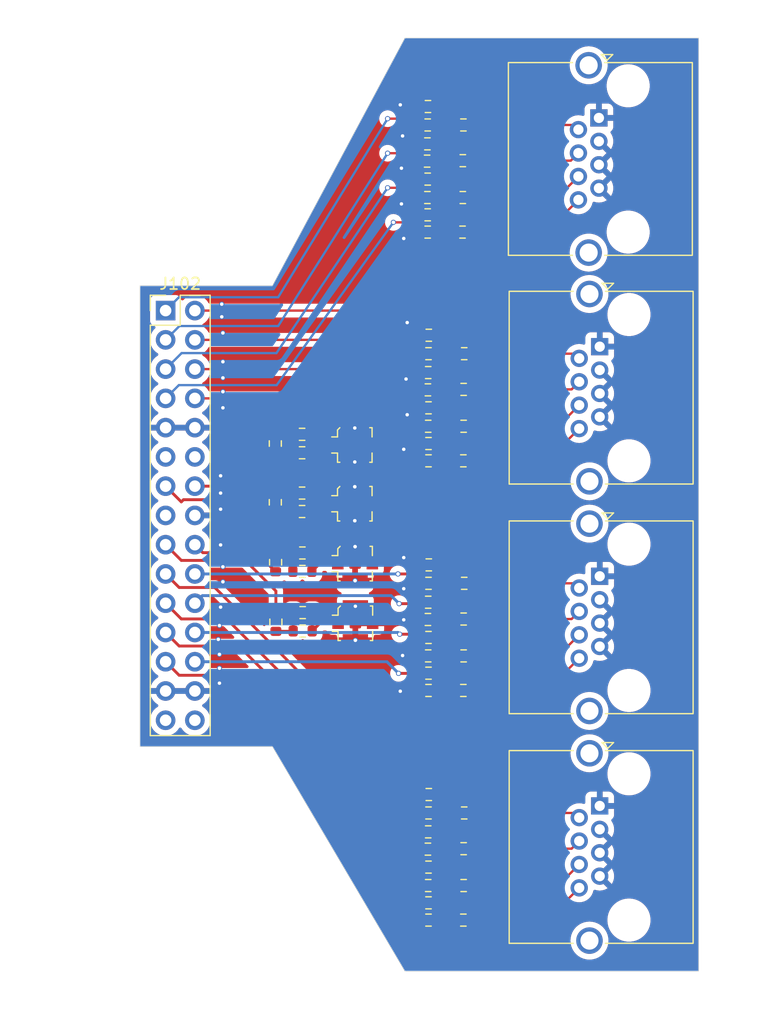
<source format=kicad_pcb>
(kicad_pcb (version 20240108) (generator "pcbnew") (generator_version "8.0")
  (layers (0 "F.Cu" signal) (1 "In1.Cu" signal) (2 "In2.Cu" signal) (31 "B.Cu" signal) (34 "B.Paste" user) (35 "F.Paste" user) (36 "B.SilkS" user "B.Silkscreen") (37 "F.SilkS" user "F.Silkscreen") (38 "B.Mask" user) (39 "F.Mask" user) (44 "Edge.Cuts" user))
  (net 0 "")
  (net 1 "GND")
  (net 2 "Net-(J301-Pad8)")
  (net 3 "Net-(J301-Pad6)")
  (net 4 "Net-(J301-Pad4)")
  (net 5 "Net-(J301-Pad2)")
  (net 6 "/a.DATA_0")
  (net 7 "/a.DATA_1")
  (net 8 "/a.DATA_2")
  (net 9 "/a.DATA_3")
  (net 10 "/b.DATA_3")
  (net 11 "/c.DATA_3")
  (net 12 "/d.DATA_1")
  (net 13 "/c.DATA_2")
  (net 14 "/b.DATA_0")
  (net 15 "/d.DATA_2")
  (net 16 "/d.DATA_0")
  (net 17 "/d.DATA_3")
  (net 18 "/b.DATA_1")
  (net 19 "/c.DATA_0")
  (net 20 "/b.DATA_2")
  (net 21 "/c.DATA_1")
  (net 22 "Net-(J401-Pad2)")
  (net 23 "Net-(J401-Pad6)")
  (net 24 "Net-(J401-Pad4)")
  (net 25 "Net-(J401-Pad8)")
  (net 26 "Net-(J501-Pad8)")
  (net 27 "Net-(J501-Pad2)")
  (net 28 "Net-(J501-Pad4)")
  (net 29 "Net-(J501-Pad6)")
  (net 30 "Net-(J201-Pad6)")
  (net 31 "Net-(J201-Pad2)")
  (net 32 "Net-(J201-Pad8)")
  (net 33 "Net-(J201-Pad4)")
  (net 34 "/ethernet/J_0")
  (net 35 "/ethernet/J_1")
  (net 36 "/ethernet/J_2")
  (net 37 "/ethernet/J_3")
  (net 38 "/ethernet1/J_0")
  (net 39 "/ethernet1/J_1")
  (net 40 "/ethernet1/J_2")
  (net 41 "/ethernet1/J_3")
  (net 42 "/ethernet2/J_0")
  (net 43 "/ethernet2/J_1")
  (net 44 "/ethernet2/J_2")
  (net 45 "/ethernet2/J_3")
  (net 46 "/ethernet3/J_0")
  (net 47 "/ethernet3/J_1")
  (net 48 "/ethernet3/J_2")
  (net 49 "/ethernet3/J_3")
  (net 55 "/ufl/J_0")
  (net 56 "Net-(J601-In)")
  (net 57 "/ufl1/J_0")
  (net 58 "Net-(J701-In)")
  (net 59 "Net-(J801-In)")
  (net 60 "/ufl2/J_0")
  (net 61 "Net-(J901-In)")
  (net 62 "/ufl3/J_0")
  (net 63 "/UFL_2")
  (net 64 "/UFL_1")
  (net 65 "/UFL_3")
  (net 66 "/UFL_0")
  (footprint "Resistor_SMD:R_0603_1608Metric" (layer "F.Cu") (at 108.525 124.473334 180)
    (property "Reference" "R407" (hide yes))
    (property "Value" "86.6k" (hide yes))
  )
  (footprint "Connector_RJ:RJ45_Amphenol_RJHSE5380" (layer "F.Cu") (at 123.415 122.223334 -90)
    (property "Reference" "J401" (hide yes))
    (property "Value" "RJHSE-5380" (hide yes))
  )
  (footprint "Resistor_SMD:R_0603_1608Metric" (layer "F.Cu") (at 111.575 112.200001 180)
    (property "Reference" "R501" (hide yes))
    (property "Value" "120" (hide yes))
  )
  (footprint "Resistor_SMD:R_0603_1608Metric" (layer "F.Cu") (at 111.58 83.046667 180)
    (property "Reference" "R204" (hide yes))
    (property "Value" "120" (hide yes))
  )
  (footprint "Resistor_SMD:R_0603_1608Metric" (layer "F.Cu") (at 108.575 141.166667 180)
    (property "Reference" "C304" (hide yes))
    (property "Value" "8.2p" (hide yes))
  )
  (footprint "Resistor_SMD:R_0603_1608Metric" (layer "F.Cu") (at 111.53 86.146667 180)
    (property "Reference" "R203" (hide yes))
    (property "Value" "120" (hide yes))
  )
  (footprint "Resistor_SMD:R_0603_1608Metric" (layer "F.Cu") (at 108.48 83.046667 180)
    (property "Reference" "R208" (hide yes))
    (property "Value" "86.6k" (hide yes))
  )
  (footprint "Resistor_SMD:R_0603_1608Metric" (layer "F.Cu") (at 108.525 149.066667 180)
    (property "Reference" "R306" (hide yes))
    (property "Value" "86.6k" (hide yes))
  )
  (footprint "Resistor_SMD:R_0603_1608Metric" (layer "F.Cu") (at 111.65 102.900001 180)
    (property "Reference" "R504" (hide yes))
    (property "Value" "120" (hide yes))
  )
  (footprint "Resistor_SMD:R_0603_1608Metric" (layer "F.Cu") (at 108.55 150.566667 180)
    (property "Reference" "R305" (hide yes))
    (property "Value" "86.6k" (hide yes))
  )
  (footprint "Resistor_SMD:R_0603_1608Metric" (layer "F.Cu") (at 108.575 121.233334 180)
    (property "Reference" "C404" (hide yes))
    (property "Value" "8.2p" (hide yes))
  )
  (footprint "Connector_RJ:RJ45_Amphenol_RJHSE5380" (layer "F.Cu") (at 123.415 142.156667 -90)
    (property "Reference" "J301" (hide yes))
    (property "Value" "RJHSE-5380" (hide yes))
  )
  (footprint "Resistor_SMD:R_0603_1608Metric" (layer "F.Cu") (at 111.505 92.346667 180)
    (property "Reference" "R201" (hide yes))
    (property "Value" "120" (hide yes))
  )
  (footprint "Resistor_SMD:R_0603_1608Metric" (layer "F.Cu") (at 108.55 152.066667 180)
    (property "Reference" "C301" (hide yes))
    (property "Value" "8.2p" (hide yes))
  )
  (footprint "Connector_Coaxial:U.FL_Molex_MCRF_73412-0110_Vertical" (layer "F.Cu") (at 102.2 126.3 -90)
    (property "Reference" "J701" (hide yes))
    (property "Value" "IPEX-004" (hide yes))
  )
  (footprint "Connector_Coaxial:U.FL_Molex_MCRF_73412-0110_Vertical" (layer "F.Cu") (at 102.15 110.825 -90)
    (property "Reference" "J801" (hide yes))
    (property "Value" "IPEX-004" (hide yes))
  )
  (footprint "Resistor_SMD:R_0603_1608Metric" (layer "F.Cu") (at 108.525 144.406667 180)
    (property "Reference" "R307" (hide yes))
    (property "Value" "86.6k" (hide yes))
  )
  (footprint "Resistor_SMD:R_0603_1608Metric" (layer "F.Cu") (at 108.525 129.133334 180)
    (property "Reference" "R406" (hide yes))
    (property "Value" "86.6k" (hide yes))
  )
  (footprint "Resistor_SMD:R_0603_1608Metric" (layer "F.Cu") (at 111.6 106.000001 180)
    (property "Reference" "R503" (hide yes))
    (property "Value" "120" (hide yes))
  )
  (footprint "Connector_RJ:RJ45_Amphenol_RJHSE5380" (layer "F.Cu") (at 123.415 102.290001 -90)
    (property "Reference" "J501" (hide yes))
    (property "Value" "RJHSE-5380" (hide yes))
  )
  (footprint "Connector_Coaxial:U.FL_Molex_MCRF_73412-0110_Vertical" (layer "F.Cu") (at 102.175 121.125 -90)
    (property "Reference" "J601" (hide yes))
    (property "Value" "IPEX-004" (hide yes))
  )
  (footprint "Resistor_SMD:R_0603_1608Metric" (layer "F.Cu") (at 111.6 125.933334 180)
    (property "Reference" "R403" (hide yes))
    (property "Value" "120" (hide yes))
  )
  (footprint "Resistor_SMD:R_0603_1608Metric" (layer "F.Cu") (at 108.5 145.906667 180)
    (property "Reference" "C303" (hide yes))
    (property "Value" "8.2p" (hide yes))
  )
  (footprint "Resistor_SMD:R_0603_1608Metric" (layer "F.Cu") (at 108.505 81.446667 180)
    (property "Reference" "C204" (hide yes))
    (property "Value" "8.2p" (hide yes))
  )
  (footprint "Resistor_SMD:R_0603_1608Metric" (layer "F.Cu") (at 108.55 147.466667 180)
    (property "Reference" "C302" (hide yes))
    (property "Value" "8.2p" (hide yes))
  )
  (footprint "Connector_PinHeader_2.54mm:PinHeader_2x15_P2.54mm_Vertical" (layer "F.Cu") (at 85.725 99.16)
    (property "Reference" "J102")
    (property "Value" "Conn_02x15_Odd_Even")
  )
  (footprint "Resistor_SMD:R_0603_1608Metric" (layer "F.Cu") (at 108.55 132.133334 180)
    (property "Reference" "C401" (hide yes))
    (property "Value" "8.2p" (hide yes))
  )
  (footprint "Resistor_SMD:R_0603_1608Metric" (layer "F.Cu") (at 97.6 120.2)
    (property "Reference" "R602" (hide yes))
    (property "Value" "86.6k" (hide yes))
  )
  (footprint "Resistor_SMD:R_0603_1608Metric" (layer "F.Cu") (at 108.55 127.533334 180)
    (property "Reference" "C402" (hide yes))
    (property "Value" "8.2p" (hide yes))
  )
  (footprint "Resistor_SMD:R_0603_1608Metric" (layer "F.Cu") (at 108.55 107.600001 180)
    (property "Reference" "C502" (hide yes))
    (property "Value" "8.2p" (hide yes))
  )
  (footprint "Resistor_SMD:R_0603_1608Metric" (layer "F.Cu") (at 111.65 142.766667 180)
    (property "Reference" "R304" (hide yes))
    (property "Value" "120" (hide yes))
  )
  (footprint "Resistor_SMD:R_0603_1608Metric" (layer "F.Cu") (at 108.48 87.746667 180)
    (property "Reference" "C202" (hide yes))
    (property "Value" "8.2p" (hide yes))
  )
  (footprint "Resistor_SMD:R_0603_1608Metric" (layer "F.Cu") (at 108.55 102.900001 180)
    (property "Reference" "R508" (hide yes))
    (property "Value" "86.6k" (hide yes))
  )
  (footprint "Resistor_SMD:R_0603_1608Metric" (layer "F.Cu") (at 108.455 84.686667 180)
    (property "Reference" "R207" (hide yes))
    (property "Value" "86.6k" (hide yes))
  )
  (footprint "Resistor_SMD:R_0603_1608Metric" (layer "F.Cu") (at 97.575 111.5)
    (property "Reference" "C801" (hide yes))
    (property "Value" "8.2p" (hide yes))
  )
  (footprint "Resistor_SMD:R_0603_1608Metric" (layer "F.Cu") (at 111.6 109.200001 180)
    (property "Reference" "R502" (hide yes))
    (property "Value" "120" (hide yes))
  )
  (footprint "Resistor_SMD:R_0603_1608Metric" (layer "F.Cu") (at 108.525 109.200001 180)
    (property "Reference" "R506" (hide yes))
    (property "Value" "86.6k" (hide yes))
  )
  (footprint "Resistor_SMD:R_0603_1608Metric" (layer "F.Cu") (at 108.575 101.300001 180)
    (property "Reference" "C504" (hide yes))
    (property "Value" "8.2p" (hide yes))
  )
  (footprint "Resistor_SMD:R_0603_1608Metric" (layer "F.Cu") (at 111.575 132.133334 180)
    (property "Reference" "R401" (hide yes))
    (property "Value" "120" (hide yes))
  )
  (footprint "Resistor_SMD:R_0603_1608Metric" (layer "F.Cu") (at 108.55 112.200001 180)
    (property "Reference" "C501" (hide yes))
    (property "Value" "8.2p" (hide yes))
  )
  (footprint "Resistor_SMD:R_0603_1608Metric" (layer "F.Cu") (at 111.6 149.066667 180)
    (property "Reference" "R302" (hide yes))
    (property "Value" "120" (hide yes))
  )
  (footprint "Resistor_SMD:R_0603_1608Metric" (layer "F.Cu") (at 97.575 116.600001)
    (property "Reference" "C901" (hide yes))
    (property "Value" "8.2p" (hide yes))
  )
  (footprint "Resistor_SMD:R_0603_1608Metric" (layer "F.Cu") (at 97.625 126.975)
    (property "Reference" "C701" (hide yes))
    (property "Value" "8.2p" (hide yes))
  )
  (footprint "Resistor_SMD:R_0603_1608Metric" (layer "F.Cu") (at 108.48 92.346667 180)
    (property "Reference" "C201" (hide yes))
    (property "Value" "8.2p" (hide yes))
  )
  (footprint "Resistor_SMD:R_0603_1608Metric" (layer "F.Cu") (at 97.6 121.8)
    (property "Reference" "C601" (hide yes))
    (property "Value" "8.2p" (hide yes))
  )
  (footprint "Resistor_SMD:R_0603_1608Metric" (layer "F.Cu") (at 97.575 109.9)
    (property "Reference" "R802" (hide yes))
    (property "Value" "86.6k" (hide yes))
  )
  (footprint "Resistor_SMD:R_0603_1608Metric" (layer "F.Cu") (at 108.55 122.833334 180)
    (property "Reference" "R408" (hide yes))
    (property "Value" "86.6k" (hide yes))
  )
  (footprint "Resistor_SMD:R_0603_1608Metric" (layer "F.Cu") (at 111.65 122.833334 180)
    (property "Reference" "R404" (hide yes))
    (property "Value" "120" (hide yes))
  )
  (footprint "Resistor_SMD:R_0603_1608Metric" (layer "F.Cu") (at 108.5 106.040001 180)
    (property "Reference" "C503" (hide yes))
    (property "Value" "8.2p" (hide yes))
  )
  (footprint "Resistor_SMD:R_0603_1608Metric" (layer "F.Cu") (at 108.48 90.846667 180)
    (property "Reference" "R205" (hide yes))
    (property "Value" "86.6k" (hide yes))
  )
  (footprint "Resistor_SMD:R_0603_1608Metric" (layer "F.Cu") (at 111.6 145.866667 180)
    (property "Reference" "R303" (hide yes))
    (property "Value" "120" (hide yes))
  )
  (footprint "Resistor_SMD:R_0603_1608Metric" (layer "F.Cu") (at 108.55 142.766667 180)
    (property "Reference" "R308" (hide yes))
    (property "Value" "86.6k" (hide yes))
  )
  (footprint "Resistor_SMD:R_0603_1608Metric" (layer "F.Cu") (at 108.55 130.633334 180)
    (property "Reference" "R405" (hide yes))
    (property "Value" "86.6k" (hide yes))
  )
  (footprint "Connector_RJ:RJ45_Amphenol_RJHSE5380" (layer "F.Cu") (at 123.345 82.436667 -90)
    (property "Reference" "J201" (hide yes))
    (property "Value" "RJHSE-5380" (hide yes))
  )
  (footprint "Resistor_SMD:R_0603_1608Metric" (layer "F.Cu") (at 95.3 126.175 -90)
    (property "Reference" "R701" (hide yes))
    (property "Value" "120" (hide yes))
  )
  (footprint "Connector_Coaxial:U.FL_Molex_MCRF_73412-0110_Vertical" (layer "F.Cu") (at 102.15 115.925001 -90)
    (property "Reference" "J901" (hide yes))
    (property "Value" "IPEX-004" (hide yes))
  )
  (footprint "Resistor_SMD:R_0603_1608Metric" (layer "F.Cu") (at 95.25 110.7 90)
    (property "Reference" "R801" (hide yes))
    (property "Value" "120" (hide yes))
  )
  (footprint "Resistor_SMD:R_0603_1608Metric" (layer "F.Cu") (at 97.575 115.000001)
    (property "Reference" "R902" (hide yes))
    (property "Value" "86.6k" (hide yes))
  )
  (footprint "Resistor_SMD:R_0603_1608Metric" (layer "F.Cu") (at 95.275 121 90)
    (property "Reference" "R601" (hide yes))
    (property "Value" "120" (hide yes))
  )
  (footprint "Resistor_SMD:R_0603_1608Metric" (layer "F.Cu") (at 108.55 110.700001 180)
    (property "Reference" "R505" (hide yes))
    (property "Value" "86.6k" (hide yes))
  )
  (footprint "Resistor_SMD:R_0603_1608Metric" (layer "F.Cu") (at 111.53 89.346667 180)
    (property "Reference" "R202" (hide yes))
    (property "Value" "120" (hide yes))
  )
  (footprint "Resistor_SMD:R_0603_1608Metric" (layer "F.Cu") (at 111.575 152.066667 180)
    (property "Reference" "R301" (hide yes))
    (property "Value" "120" (hide yes))
  )
  (footprint "Resistor_SMD:R_0603_1608Metric" (layer "F.Cu") (at 108.455 89.346667 180)
    (property "Reference" "R206" (hide yes))
    (property "Value" "86.6k" (hide yes))
  )
  (footprint "Resistor_SMD:R_0603_1608Metric" (layer "F.Cu") (at 111.6 129.133334 180)
    (property "Reference" "R402" (hide yes))
    (property "Value" "120" (hide yes))
  )
  (footprint "Resistor_SMD:R_0603_1608Metric" (layer "F.Cu") (at 97.625 125.375)
    (property "Reference" "R702" (hide yes))
    (property "Value" "86.6k" (hide yes))
  )
  (footprint "Resistor_SMD:R_0603_1608Metric" (layer "F.Cu") (at 108.5 125.973334 180)
    (property "Reference" "C403" (hide yes))
    (property "Value" "8.2p" (hide yes))
  )
  (footprint "Resistor_SMD:R_0603_1608Metric" (layer "F.Cu") (at 108.43 86.186667 180)
    (property "Reference" "C203" (hide yes))
    (property "Value" "8.2p" (hide yes))
  )
  (footprint "Resistor_SMD:R_0603_1608Metric" (layer "F.Cu") (at 108.525 104.540001 180)
    (property "Reference" "R507" (hide yes))
    (property "Value" "86.6k" (hide yes))
  )
  (footprint "Resistor_SMD:R_0603_1608Metric" (layer "F.Cu") (at 95.25 115.800001 90)
    (property "Reference" "R901" (hide yes))
    (property "Value" "120" (hide yes))
  )
  (gr_line (start 95 97) (end 106.5 75.5) (stroke (width 0.05)) (layer "Edge.Cuts"))
  (gr_line (start 83.5 137) (end 83.5 97) (stroke (width 0.05)) (layer "Edge.Cuts"))
  (gr_line (start 83.5 97) (end 95 97) (stroke (width 0.05)) (layer "Edge.Cuts"))
  (gr_line (start 132 75.5) (end 132 156.5) (stroke (width 0.05)) (layer "Edge.Cuts"))
  (gr_line (start 106.5 75.5) (end 132 75.5) (stroke (width 0.05)) (layer "Edge.Cuts"))
  (gr_line (start 132 156.5) (end 106.5 156.5) (stroke (width 0.05)) (layer "Edge.Cuts"))
  (gr_line (start 95 137) (end 83.5 137) (stroke (width 0.05)) (layer "Edge.Cuts"))
  (gr_line (start 106.5 156.5) (end 95 137) (stroke (width 0.05)) (layer "Edge.Cuts"))
  (via (at 90.5 113.5) (size 0.45) (drill 0.3) (layers "F.Cu" "B.Cu") (net 1))
  (via (at 90.5 116.4) (size 0.45) (drill 0.3) (layers "F.Cu" "B.Cu") (net 1))
  (via (at 106.4 111.2) (size 0.45) (drill 0.3) (layers "F.Cu" "B.Cu") (net 1))
  (via (at 90.7 107.6) (size 0.45) (drill 0.3) (layers "F.Cu" "B.Cu") (net 1))
  (via (at 106.6 105.1) (size 0.45) (drill 0.3) (layers "F.Cu" "B.Cu") (net 1))
  (via (at 106.3 84) (size 0.45) (drill 0.3) (layers "F.Cu" "B.Cu") (net 1))
  (via (at 106.4 126) (size 0.45) (drill 0.3) (layers "F.Cu" "B.Cu") (net 1))
  (via (at 102.175 122.6) (size 0.45) (drill 0.3) (layers "F.Cu" "B.Cu") (net 1))
  (via (at 90.7 101.1) (size 0.45) (drill 0.3) (layers "F.Cu" "B.Cu") (net 1))
  (via (at 102.15 114.450001) (size 0.45) (drill 0.3) (layers "F.Cu" "B.Cu") (net 1))
  (via (at 106.4 123.3) (size 0.45) (drill 0.3) (layers "F.Cu" "B.Cu") (net 1))
  (via (at 102.2 127.775) (size 0.45) (drill 0.3) (layers "F.Cu" "B.Cu") (net 1))
  (via (at 90.7 122.7) (size 0.45) (drill 0.3) (layers "F.Cu" "B.Cu") (net 1))
  (via (at 102.15 114.450001) (size 0.45) (drill 0.3) (layers "F.Cu" "B.Cu") (net 1))
  (via (at 90.6 99.7) (size 0.45) (drill 0.3) (layers "F.Cu" "B.Cu") (net 1))
  (via (at 106.7 100.2) (size 0.45) (drill 0.3) (layers "F.Cu" "B.Cu") (net 1))
  (via (at 90.5 115) (size 0.45) (drill 0.3) (layers "F.Cu" "B.Cu") (net 1))
  (via (at 102.15 117.400001) (size 0.45) (drill 0.3) (layers "F.Cu" "B.Cu") (net 1))
  (via (at 106.2 89.9) (size 0.45) (drill 0.3) (layers "F.Cu" "B.Cu") (net 1))
  (via (at 90.4 131.5) (size 0.45) (drill 0.3) (layers "F.Cu" "B.Cu") (net 1))
  (via (at 102.15 109.35) (size 0.45) (drill 0.3) (layers "F.Cu" "B.Cu") (net 1))
  (via (at 102.175 122.6) (size 0.45) (drill 0.3) (layers "F.Cu" "B.Cu") (net 1))
  (via (at 90.5 119.5) (size 0.45) (drill 0.3) (layers "F.Cu" "B.Cu") (net 1))
  (via (at 90.3 127.7) (size 0.45) (drill 0.3) (layers "F.Cu" "B.Cu") (net 1))
  (via (at 90.4 130.2) (size 0.45) (drill 0.3) (layers "F.Cu" "B.Cu") (net 1))
  (via (at 90.4 129) (size 0.45) (drill 0.3) (layers "F.Cu" "B.Cu") (net 1))
  (via (at 106.4 120.6) (size 0.45) (drill 0.3) (layers "F.Cu" "B.Cu") (net 1))
  (via (at 102.2 124.825) (size 0.45) (drill 0.3) (layers "F.Cu" "B.Cu") (net 1))
  (via (at 102.15 112.3) (size 0.45) (drill 0.3) (layers "F.Cu" "B.Cu") (net 1))
  (via (at 106.1 132.2) (size 0.45) (drill 0.3) (layers "F.Cu" "B.Cu") (net 1))
  (via (at 102.175 119.65) (size 0.45) (drill 0.3) (layers "F.Cu" "B.Cu") (net 1))
  (via (at 90.5 124.9) (size 0.45) (drill 0.3) (layers "F.Cu" "B.Cu") (net 1))
  (via (at 102.15 117.400001) (size 0.45) (drill 0.3) (layers "F.Cu" "B.Cu") (net 1))
  (via (at 90.6 98.6) (size 0.45) (drill 0.3) (layers "F.Cu" "B.Cu") (net 1))
  (via (at 106.4 92.9) (size 0.45) (drill 0.3) (layers "F.Cu" "B.Cu") (net 1))
  (via (at 90.7 106.2) (size 0.45) (drill 0.3) (layers "F.Cu" "B.Cu") (net 1))
  (via (at 90.7 121.4) (size 0.45) (drill 0.3) (layers "F.Cu" "B.Cu") (net 1))
  (via (at 90.7 105) (size 0.45) (drill 0.3) (layers "F.Cu" "B.Cu") (net 1))
  (via (at 102.175 119.65) (size 0.45) (drill 0.3) (layers "F.Cu" "B.Cu") (net 1))
  (via (at 90.7 103.6) (size 0.45) (drill 0.3) (layers "F.Cu" "B.Cu") (net 1))
  (via (at 106.7 108.2) (size 0.45) (drill 0.3) (layers "F.Cu" "B.Cu") (net 1))
  (via (at 106.2 86.8) (size 0.45) (drill 0.3) (layers "F.Cu" "B.Cu") (net 1))
  (via (at 106.1 81.3) (size 0.45) (drill 0.3) (layers "F.Cu" "B.Cu") (net 1))
  (via (at 106.3 129.1) (size 0.45) (drill 0.3) (layers "F.Cu" "B.Cu") (net 1))
  (via (at 90.4 126.5) (size 0.45) (drill 0.3) (layers "F.Cu" "B.Cu") (net 1))
  (via (at 102.2 127.775) (size 0.45) (drill 0.3) (layers "F.Cu" "B.Cu") (net 1))
  (segment (start 118.837 152.066667) (end 121.635 149.268667) (width 0.2) (layer "F.Cu") (net 2))
  (segment (start 112.4 152.066667) (end 118.837 152.066667) (width 0.2) (layer "F.Cu") (net 2))
  (segment (start 112.425 149.066667) (end 119.805 149.066667) (width 0.2) (layer "F.Cu") (net 3))
  (segment (start 119.805 149.066667) (end 121.635 147.236667) (width 0.2) (layer "F.Cu") (net 3))
  (segment (start 112.425 145.866667) (end 120.973 145.866667) (width 0.2) (layer "F.Cu") (net 4))
  (segment (start 120.973 145.866667) (end 121.635 145.204667) (width 0.2) (layer "F.Cu") (net 4))
  (segment (start 121.229 142.766667) (end 121.635 143.172667) (width 0.2) (layer "F.Cu") (net 5))
  (segment (start 112.475 142.766667) (end 121.229 142.766667) (width 0.2) (layer "F.Cu") (net 5))
  (segment (start 107.655 92.346667) (end 107.655 91.5) (width 0.2) (layer "F.Cu") (net 6))
  (segment (start 105.5 91.5) (end 107.655 91.5) (width 0.2) (layer "F.Cu") (net 6))
  (segment (start 107.655 91.5) (end 107.655 90.846667) (width 0.2) (layer "F.Cu") (net 6))
  (via (at 105.5 91.5) (size 0.45) (drill 0.3) (layers "F.Cu" "B.Cu") (net 6))
  (segment (start 86.875 105.63) (end 95.37 105.63) (width 0.2) (layer "B.Cu") (net 6))
  (segment (start 95.37 105.63) (end 105.5 91.5) (width 0.2) (layer "B.Cu") (net 6))
  (segment (start 85.725 106.78) (end 86.875 105.63) (width 0.2) (layer "B.Cu") (net 6))
  (segment (start 107.63 88.5) (end 107.63 87.771667) (width 0.2) (layer "F.Cu") (net 7))
  (segment (start 105 88.5) (end 107.63 88.5) (width 0.2) (layer "F.Cu") (net 7))
  (segment (start 107.63 89.346667) (end 107.63 88.5) (width 0.2) (layer "F.Cu") (net 7))
  (segment (start 107.63 87.771667) (end 107.655 87.746667) (width 0.2) (layer "F.Cu") (net 7))
  (via (at 105 88.5) (size 0.45) (drill 0.3) (layers "F.Cu" "B.Cu") (net 7))
  (segment (start 87.115 102.85) (end 95.35 102.85) (width 0.2) (layer "B.Cu") (net 7))
  (segment (start 85.725 104.24) (end 87.115 102.85) (width 0.2) (layer "B.Cu") (net 7))
  (segment (start 95.35 102.85) (end 105 88.5) (width 0.2) (layer "B.Cu") (net 7))
  (segment (start 107.605 85.5) (end 107.605 84.711667) (width 0.2) (layer "F.Cu") (net 8))
  (segment (start 107.605 86.186667) (end 107.605 85.5) (width 0.2) (layer "F.Cu") (net 8))
  (segment (start 107.605 84.711667) (end 107.63 84.686667) (width 0.2) (layer "F.Cu") (net 8))
  (segment (start 105 85.5) (end 107.605 85.5) (width 0.2) (layer "F.Cu") (net 8))
  (via (at 105 85.5) (size 0.45) (drill 0.3) (layers "F.Cu" "B.Cu") (net 8))
  (segment (start 86.925 100.5) (end 95.5 100.5) (width 0.2) (layer "B.Cu") (net 8))
  (segment (start 95.5 100.5) (end 105 85.5) (width 0.2) (layer "B.Cu") (net 8))
  (segment (start 85.725 101.7) (end 86.925 100.5) (width 0.2) (layer "B.Cu") (net 8))
  (segment (start 107.655 82.5) (end 107.655 81.471667) (width 0.2) (layer "F.Cu") (net 9))
  (segment (start 107.655 81.471667) (end 107.68 81.446667) (width 0.2) (layer "F.Cu") (net 9))
  (segment (start 107.655 83.046667) (end 107.655 82.5) (width 0.2) (layer "F.Cu") (net 9))
  (segment (start 105 82.5) (end 107.655 82.5) (width 0.2) (layer "F.Cu") (net 9))
  (via (at 105 82.5) (size 0.45) (drill 0.3) (layers "F.Cu" "B.Cu") (net 9))
  (segment (start 95.5 98) (end 105 82.5) (width 0.2) (layer "B.Cu") (net 9))
  (segment (start 86.885 98) (end 95.5 98) (width 0.2) (layer "B.Cu") (net 9))
  (segment (start 85.725 99.16) (end 86.885 98) (width 0.2) (layer "B.Cu") (net 9))
  (segment (start 85.725 122.02) (end 86.9 123.195) (width 0.25) (layer "F.Cu") (net 10))
  (segment (start 95.5 128.7) (end 107.75 141.166667) (width 0.25) (layer "F.Cu") (net 10))
  (segment (start 107.725 141.191667) (end 107.75 141.166667) (width 0.2) (layer "F.Cu") (net 10))
  (segment (start 89.995 123.195) (end 95.5 128.7) (width 0.25) (layer "F.Cu") (net 10))
  (segment (start 107.725 142.766667) (end 107.725 142.22) (width 0.2) (layer "F.Cu") (net 10))
  (segment (start 86.9 123.195) (end 89.995 123.195) (width 0.25) (layer "F.Cu") (net 10))
  (segment (start 107.725 142.22) (end 107.725 141.191667) (width 0.2) (layer "F.Cu") (net 10))
  (segment (start 107.725 122) (end 107.725 121.258334) (width 0.2) (layer "F.Cu") (net 11))
  (segment (start 107.725 122.833334) (end 107.725 122.286667) (width 0.2) (layer "F.Cu") (net 11))
  (segment (start 107.725 122.286667) (end 107.725 122) (width 0.2) (layer "F.Cu") (net 11))
  (segment (start 105.9 122.02) (end 107.705 122.02) (width 0.25) (layer "F.Cu") (net 11))
  (segment (start 107.705 122.02) (end 107.725 122) (width 0.25) (layer "F.Cu") (net 11))
  (segment (start 107.725 121.258334) (end 107.75 121.233334) (width 0.2) (layer "F.Cu") (net 11))
  (via (at 105.9 122.02) (size 0.45) (drill 0.3) (layers "F.Cu" "B.Cu") (net 11))
  (segment (start 88.265 122.02) (end 105.9 122.02) (width 0.25) (layer "B.Cu") (net 11))
  (segment (start 105.9 122.02) (end 105.98 122.02) (width 0.25) (layer "B.Cu") (net 11))
  (segment (start 104.364999 104.24) (end 107.725 107.600001) (width 0.2) (layer "F.Cu") (net 12))
  (segment (start 107.7 109.200001) (end 107.7 108.353334) (width 0.2) (layer "F.Cu") (net 12))
  (segment (start 88.265 104.24) (end 104.364999 104.24) (width 0.2) (layer "F.Cu") (net 12))
  (segment (start 107.7 108.353334) (end 107.7 107.625001) (width 0.2) (layer "F.Cu") (net 12))
  (segment (start 107.7 107.625001) (end 107.725 107.600001) (width 0.2) (layer "F.Cu") (net 12))
  (segment (start 106 124.6) (end 107.573334 124.6) (width 0.25) (layer "F.Cu") (net 13))
  (segment (start 107.675 125.286667) (end 107.675 124.498334) (width 0.2) (layer "F.Cu") (net 13))
  (segment (start 107.675 125.973334) (end 107.675 125.286667) (width 0.2) (layer "F.Cu") (net 13))
  (segment (start 107.573334 124.6) (end 107.7 124.473334) (width 0.25) (layer "F.Cu") (net 13))
  (segment (start 107.675 124.498334) (end 107.7 124.473334) (width 0.2) (layer "F.Cu") (net 13))
  (via (at 106 124.6) (size 0.45) (drill 0.3) (layers "F.Cu" "B.Cu") (net 13))
  (segment (start 88.265 124.56) (end 88.925 123.9) (width 0.25) (layer "B.Cu") (net 13))
  (segment (start 88.925 123.9) (end 105.3 123.9) (width 0.25) (layer "B.Cu") (net 13))
  (segment (start 105.3 123.9) (end 106 124.6) (width 0.25) (layer "B.Cu") (net 13))
  (segment (start 107.725 152.066667) (end 107.725 151.22) (width 0.2) (layer "F.Cu") (net 14))
  (segment (start 85.725 129.64) (end 86.9 130.815) (width 0.25) (layer "F.Cu") (net 14))
  (segment (start 93.315 130.815) (end 95 132.5) (width 0.25) (layer "F.Cu") (net 14))
  (segment (start 86.9 130.815) (end 93.315 130.815) (width 0.25) (layer "F.Cu") (net 14))
  (segment (start 107.725 151.22) (end 107.725 150.566667) (width 0.2) (layer "F.Cu") (net 14))
  (segment (start 106.9 150.5) (end 107.725 150.566667) (width 0.25) (layer "F.Cu") (net 14))
  (segment (start 95 132.5) (end 106.9 150.5) (width 0.25) (layer "F.Cu") (net 14))
  (segment (start 107.675 104.565001) (end 107.7 104.540001) (width 0.2) (layer "F.Cu") (net 15))
  (segment (start 104.859999 101.7) (end 107.7 104.540001) (width 0.2) (layer "F.Cu") (net 15))
  (segment (start 107.675 106.040001) (end 107.675 105.353334) (width 0.2) (layer "F.Cu") (net 15))
  (segment (start 88.265 101.7) (end 104.859999 101.7) (width 0.2) (layer "F.Cu") (net 15))
  (segment (start 107.675 105.353334) (end 107.675 104.565001) (width 0.2) (layer "F.Cu") (net 15))
  (segment (start 107.725 111.353334) (end 107.725 110.700001) (width 0.2) (layer "F.Cu") (net 16))
  (segment (start 103.804999 106.78) (end 107.725 110.700001) (width 0.2) (layer "F.Cu") (net 16))
  (segment (start 107.725 112.200001) (end 107.725 111.353334) (width 0.2) (layer "F.Cu") (net 16))
  (segment (start 88.265 106.78) (end 103.804999 106.78) (width 0.2) (layer "F.Cu") (net 16))
  (segment (start 103.984999 99.16) (end 107.725 102.900001) (width 0.2) (layer "F.Cu") (net 17))
  (segment (start 107.725 102.353334) (end 107.725 101.325001) (width 0.2) (layer "F.Cu") (net 17))
  (segment (start 107.725 102.900001) (end 107.725 102.353334) (width 0.2) (layer "F.Cu") (net 17))
  (segment (start 88.265 99.16) (end 103.984999 99.16) (width 0.2) (layer "F.Cu") (net 17))
  (segment (start 107.725 101.325001) (end 107.75 101.300001) (width 0.2) (layer "F.Cu") (net 17))
  (segment (start 107.7 147.491667) (end 107.725 147.466667) (width 0.2) (layer "F.Cu") (net 18))
  (segment (start 85.725 127.1) (end 86.9 128.275) (width 0.25) (layer "F.Cu") (net 18))
  (segment (start 95.15 131.35) (end 107.725 147.466667) (width 0.25) (layer "F.Cu") (net 18))
  (segment (start 107.7 148.22) (end 107.7 147.491667) (width 0.2) (layer "F.Cu") (net 18))
  (segment (start 92.075 128.275) (end 95.15 131.35) (width 0.25) (layer "F.Cu") (net 18))
  (segment (start 107.7 149.066667) (end 107.7 148.22) (width 0.2) (layer "F.Cu") (net 18))
  (segment (start 86.9 128.275) (end 92.075 128.275) (width 0.25) (layer "F.Cu") (net 18))
  (segment (start 105.95 130.65) (end 107.708334 130.65) (width 0.25) (layer "F.Cu") (net 19))
  (segment (start 107.725 131.286667) (end 107.725 130.633334) (width 0.2) (layer "F.Cu") (net 19))
  (segment (start 107.708334 130.65) (end 107.725 130.633334) (width 0.25) (layer "F.Cu") (net 19))
  (segment (start 107.725 132.133334) (end 107.725 131.286667) (width 0.2) (layer "F.Cu") (net 19))
  (segment (start 107.678334 132.18) (end 107.725 132.133334) (width 0.2) (layer "F.Cu") (net 19))
  (via (at 105.95 130.65) (size 0.45) (drill 0.3) (layers "F.Cu" "B.Cu") (net 19))
  (segment (start 105.95 130.65) (end 106 130.7) (width 0.25) (layer "B.Cu") (net 19))
  (segment (start 88.265 129.64) (end 104.94 129.64) (width 0.25) (layer "B.Cu") (net 19))
  (segment (start 104.94 129.64) (end 105.95 130.65) (width 0.25) (layer "B.Cu") (net 19))
  (segment (start 107.675 144.431667) (end 107.7 144.406667) (width 0.2) (layer "F.Cu") (net 20))
  (segment (start 87.09 125.925) (end 91.025 125.925) (width 0.25) (layer "F.Cu") (net 20))
  (segment (start 91.025 125.925) (end 95.4 130.3) (width 0.25) (layer "F.Cu") (net 20))
  (segment (start 107.675 145.906667) (end 107.675 145.22) (width 0.2) (layer "F.Cu") (net 20))
  (segment (start 85.725 124.56) (end 87.09 125.925) (width 0.25) (layer "F.Cu") (net 20))
  (segment (start 95.4 130.3) (end 107.7 144.406667) (width 0.25) (layer "F.Cu") (net 20))
  (segment (start 107.675 145.22) (end 107.675 144.431667) (width 0.2) (layer "F.Cu") (net 20))
  (segment (start 107.7 129.133334) (end 107.7 128.286667) (width 0.2) (layer "F.Cu") (net 21))
  (segment (start 106.05 127.25) (end 107.441666 127.25) (width 0.25) (layer "F.Cu") (net 21))
  (segment (start 107.7 128.286667) (end 107.7 127.558334) (width 0.2) (layer "F.Cu") (net 21))
  (segment (start 107.441666 127.25) (end 107.725 127.533334) (width 0.25) (layer "F.Cu") (net 21))
  (segment (start 107.7 127.558334) (end 107.725 127.533334) (width 0.2) (layer "F.Cu") (net 21))
  (via (at 106.05 127.25) (size 0.45) (drill 0.3) (layers "F.Cu" "B.Cu") (net 21))
  (segment (start 106.05 127.25) (end 106.1 127.3) (width 0.25) (layer "B.Cu") (net 21))
  (segment (start 88.265 127.1) (end 105.9 127.1) (width 0.25) (layer "B.Cu") (net 21))
  (segment (start 105.9 127.1) (end 106.05 127.25) (width 0.25) (layer "B.Cu") (net 21))
  (segment (start 121.229 122.833334) (end 121.635 123.239334) (width 0.2) (layer "F.Cu") (net 22))
  (segment (start 112.475 122.833334) (end 121.229 122.833334) (width 0.2) (layer "F.Cu") (net 22))
  (segment (start 112.425 129.133334) (end 119.805 129.133334) (width 0.2) (layer "F.Cu") (net 23))
  (segment (start 119.805 129.133334) (end 121.635 127.303334) (width 0.2) (layer "F.Cu") (net 23))
  (segment (start 120.973 125.933334) (end 121.635 125.271334) (width 0.2) (layer "F.Cu") (net 24))
  (segment (start 112.425 125.933334) (end 120.973 125.933334) (width 0.2) (layer "F.Cu") (net 24))
  (segment (start 118.837 132.133334) (end 121.635 129.335334) (width 0.2) (layer "F.Cu") (net 25))
  (segment (start 112.4 132.133334) (end 118.837 132.133334) (width 0.2) (layer "F.Cu") (net 25))
  (segment (start 112.4 112.200001) (end 118.837 112.200001) (width 0.2) (layer "F.Cu") (net 26))
  (segment (start 118.837 112.200001) (end 121.635 109.402001) (width 0.2) (layer "F.Cu") (net 26))
  (segment (start 121.229 102.900001) (end 121.635 103.306001) (width 0.2) (layer "F.Cu") (net 27))
  (segment (start 112.475 102.900001) (end 121.229 102.900001) (width 0.2) (layer "F.Cu") (net 27))
  (segment (start 112.425 106.000001) (end 120.973 106.000001) (width 0.2) (layer "F.Cu") (net 28))
  (segment (start 120.973 106.000001) (end 121.635 105.338001) (width 0.2) (layer "F.Cu") (net 28))
  (segment (start 119.805 109.200001) (end 121.635 107.370001) (width 0.2) (layer "F.Cu") (net 29))
  (segment (start 112.425 109.200001) (end 119.805 109.200001) (width 0.2) (layer "F.Cu") (net 29))
  (segment (start 119.735 89.346667) (end 121.565 87.516667) (width 0.2) (layer "F.Cu") (net 30))
  (segment (start 112.355 89.346667) (end 119.735 89.346667) (width 0.2) (layer "F.Cu") (net 30))
  (segment (start 121.159 83.046667) (end 121.565 83.452667) (width 0.2) (layer "F.Cu") (net 31))
  (segment (start 112.405 83.046667) (end 121.159 83.046667) (width 0.2) (layer "F.Cu") (net 31))
  (segment (start 112.33 92.346667) (end 118.767 92.346667) (width 0.2) (layer "F.Cu") (net 32))
  (segment (start 118.767 92.346667) (end 121.565 89.548667) (width 0.2) (layer "F.Cu") (net 32))
  (segment (start 112.355 86.146667) (end 120.903 86.146667) (width 0.2) (layer "F.Cu") (net 33))
  (segment (start 120.903 86.146667) (end 121.565 85.484667) (width 0.2) (layer "F.Cu") (net 33))
  (segment (start 109.305 92.346667) (end 110.68 92.346667) (width 0.2) (layer "F.Cu") (net 34))
  (segment (start 109.305 90.846667) (end 109.305 92.346667) (width 0.2) (layer "F.Cu") (net 34))
  (segment (start 109.305 89.321667) (end 109.28 89.346667) (width 0.2) (layer "F.Cu") (net 35))
  (segment (start 109.305 87.746667) (end 109.305 89.321667) (width 0.2) (layer "F.Cu") (net 35))
  (segment (start 109.28 89.346667) (end 110.705 89.346667) (width 0.2) (layer "F.Cu") (net 35))
  (segment (start 110.665 86.186667) (end 110.705 86.146667) (width 0.2) (layer "F.Cu") (net 36))
  (segment (start 109.255 86.186667) (end 110.665 86.186667) (width 0.2) (layer "F.Cu") (net 36))
  (segment (start 109.28 86.161667) (end 109.255 86.186667) (width 0.2) (layer "F.Cu") (net 36))
  (segment (start 109.28 84.686667) (end 109.28 86.161667) (width 0.2) (layer "F.Cu") (net 36))
  (segment (start 109.33 81.446667) (end 109.33 83.021667) (width 0.2) (layer "F.Cu") (net 37))
  (segment (start 109.33 83.021667) (end 109.305 83.046667) (width 0.2) (layer "F.Cu") (net 37))
  (segment (start 109.305 83.046667) (end 110.755 83.046667) (width 0.2) (layer "F.Cu") (net 37))
  (segment (start 109.375 152.066667) (end 110.75 152.066667) (width 0.2) (layer "F.Cu") (net 38))
  (segment (start 109.375 150.566667) (end 109.375 152.066667) (width 0.2) (layer "F.Cu") (net 38))
  (segment (start 109.35 149.066667) (end 110.775 149.066667) (width 0.2) (layer "F.Cu") (net 39))
  (segment (start 109.375 147.466667) (end 109.375 149.041667) (width 0.2) (layer "F.Cu") (net 39))
  (segment (start 109.375 149.041667) (end 109.35 149.066667) (width 0.2) (layer "F.Cu") (net 39))
  (segment (start 109.325 145.906667) (end 110.735 145.906667) (width 0.2) (layer "F.Cu") (net 40))
  (segment (start 109.35 145.881667) (end 109.325 145.906667) (width 0.2) (layer "F.Cu") (net 40))
  (segment (start 109.35 144.406667) (end 109.35 145.881667) (width 0.2) (layer "F.Cu") (net 40))
  (segment (start 110.735 145.906667) (end 110.775 145.866667) (width 0.2) (layer "F.Cu") (net 40))
  (segment (start 109.4 142.741667) (end 109.375 142.766667) (width 0.2) (layer "F.Cu") (net 41))
  (segment (start 109.375 142.766667) (end 110.825 142.766667) (width 0.2) (layer "F.Cu") (net 41))
  (segment (start 109.4 141.166667) (end 109.4 142.741667) (width 0.2) (layer "F.Cu") (net 41))
  (segment (start 109.375 130.633334) (end 109.375 132.133334) (width 0.2) (layer "F.Cu") (net 42))
  (segment (start 109.375 132.133334) (end 110.75 132.133334) (width 0.2) (layer "F.Cu") (net 42))
  (segment (start 109.375 129.108334) (end 109.35 129.133334) (width 0.2) (layer "F.Cu") (net 43))
  (segment (start 109.35 129.133334) (end 110.775 129.133334) (width 0.2) (layer "F.Cu") (net 43))
  (segment (start 109.375 127.533334) (end 109.375 129.108334) (width 0.2) (layer "F.Cu") (net 43))
  (segment (start 109.35 125.948334) (end 109.325 125.973334) (width 0.2) (layer "F.Cu") (net 44))
  (segment (start 109.35 124.473334) (end 109.35 125.948334) (width 0.2) (layer "F.Cu") (net 44))
  (segment (start 110.735 125.973334) (end 110.775 125.933334) (width 0.2) (layer "F.Cu") (net 44))
  (segment (start 109.325 125.973334) (end 110.735 125.973334) (width 0.2) (layer "F.Cu") (net 44))
  (segment (start 109.4 122.808334) (end 109.375 122.833334) (width 0.2) (layer "F.Cu") (net 45))
  (segment (start 109.4 121.233334) (end 109.4 122.808334) (width 0.2) (layer "F.Cu") (net 45))
  (segment (start 109.375 122.833334) (end 110.825 122.833334) (width 0.2) (layer "F.Cu") (net 45))
  (segment (start 109.375 110.700001) (end 109.375 112.200001) (width 0.2) (layer "F.Cu") (net 46))
  (segment (start 109.375 112.200001) (end 110.75 112.200001) (width 0.2) (layer "F.Cu") (net 46))
  (segment (start 109.375 107.600001) (end 109.375 109.175001) (width 0.2) (layer "F.Cu") (net 47))
  (segment (start 109.35 109.200001) (end 110.775 109.200001) (width 0.2) (layer "F.Cu") (net 47))
  (segment (start 109.375 109.175001) (end 109.35 109.200001) (width 0.2) (layer "F.Cu") (net 47))
  (segment (start 109.325 106.040001) (end 110.735 106.040001) (width 0.2) (layer "F.Cu") (net 48))
  (segment (start 109.35 104.540001) (end 109.35 106.015001) (width 0.2) (layer "F.Cu") (net 48))
  (segment (start 110.735 106.040001) (end 110.775 106.000001) (width 0.2) (layer "F.Cu") (net 48))
  (segment (start 109.35 106.015001) (end 109.325 106.040001) (width 0.2) (layer "F.Cu") (net 48))
  (segment (start 109.4 102.875001) (end 109.375 102.900001) (width 0.2) (layer "F.Cu") (net 49))
  (segment (start 109.375 102.900001) (end 110.825 102.900001) (width 0.2) (layer "F.Cu") (net 49))
  (segment (start 109.4 101.300001) (end 109.4 102.875001) (width 0.2) (layer "F.Cu") (net 49))
  (segment (start 96.775 121.8) (end 96.775 120.2) (width 0.25) (layer "F.Cu") (net 55))
  (segment (start 95.275 120.175) (end 96.75 120.175) (width 0.25) (layer "F.Cu") (net 55))
  (segment (start 96.75 120.175) (end 96.775 120.2) (width 0.25) (layer "F.Cu") (net 55))
  (segment (start 99.1 121.125) (end 98.425 121.8) (width 0.25) (layer "F.Cu") (net 56))
  (segment (start 100.675 121.125) (end 99.1 121.125) (width 0.25) (layer "F.Cu") (net 56))
  (segment (start 98.425 121.8) (end 98.425 120.2) (width 0.25) (layer "F.Cu") (net 56))
  (segment (start 95.3 127) (end 96.775 127) (width 0.25) (layer "F.Cu") (net 57))
  (segment (start 96.8 126.975) (end 96.8 125.375) (width 0.25) (layer "F.Cu") (net 57))
  (segment (start 96.775 127) (end 96.8 126.975) (width 0.25) (layer "F.Cu") (net 57))
  (segment (start 98.45 126.975) (end 98.45 125.375) (width 0.25) (layer "F.Cu") (net 58))
  (segment (start 99.125 126.3) (end 98.45 126.975) (width 0.25) (layer "F.Cu") (net 58))
  (segment (start 100.7 126.3) (end 99.125 126.3) (width 0.25) (layer "F.Cu") (net 58))
  (segment (start 100.65 110.825) (end 99.075 110.825) (width 0.25) (layer "F.Cu") (net 59))
  (segment (start 99.075 110.825) (end 98.4 111.5) (width 0.25) (layer "F.Cu") (net 59))
  (segment (start 98.4 111.5) (end 98.4 109.9) (width 0.25) (layer "F.Cu") (net 59))
  (segment (start 95.25 109.875) (end 96.725 109.875) (width 0.25) (layer "F.Cu") (net 60))
  (segment (start 96.725 109.875) (end 96.75 109.9) (width 0.25) (layer "F.Cu") (net 60))
  (segment (start 96.75 111.5) (end 96.75 109.9) (width 0.25) (layer "F.Cu") (net 60))
  (segment (start 95.275 109.9) (end 95.25 109.875) (width 0.25) (layer "F.Cu") (net 60))
  (segment (start 99.075 115.925001) (end 98.4 116.600001) (width 0.25) (layer "F.Cu") (net 61))
  (segment (start 100.65 115.925001) (end 99.075 115.925001) (width 0.25) (layer "F.Cu") (net 61))
  (segment (start 98.4 116.600001) (end 98.4 115.000001) (width 0.25) (layer "F.Cu") (net 61))
  (segment (start 96.75 116.600001) (end 96.75 115.000001) (width 0.25) (layer "F.Cu") (net 62))
  (segment (start 95.25 114.975001) (end 96.725 114.975001) (width 0.25) (layer "F.Cu") (net 62))
  (segment (start 96.725 114.975001) (end 96.75 115.000001) (width 0.25) (layer "F.Cu") (net 62))
  (segment (start 91.9 114.4) (end 88.265 114.4) (width 0.25) (layer "F.Cu") (net 63))
  (segment (start 95.25 111.525) (end 92.675 114.1) (width 0.25) (layer "F.Cu") (net 63))
  (segment (start 92.2 114.1) (end 91.9 114.4) (width 0.25) (layer "F.Cu") (net 63))
  (segment (start 92.675 114.1) (end 92.2 114.1) (width 0.25) (layer "F.Cu") (net 63))
  (segment (start 95.3 125.35) (end 95.3 123.5) (width 0.25) (layer "F.Cu") (net 64))
  (segment (start 87.09 120.845) (end 92.645 120.845) (width 0.25) (layer "F.Cu") (net 64))
  (segment (start 92.645 120.845) (end 95.3 123.5) (width 0.25) (layer "F.Cu") (net 64))
  (segment (start 85.725 119.48) (end 87.09 120.845) (width 0.25) (layer "F.Cu") (net 64))
  (segment (start 85.725 114.4) (end 87.09 115.765) (width 0.25) (layer "F.Cu") (net 65))
  (segment (start 94.199999 115.575) (end 95.25 116.625001) (width 0.25) (layer "F.Cu") (net 65))
  (segment (start 87.09 115.765) (end 87.28 115.575) (width 0.25) (layer "F.Cu") (net 65))
  (segment (start 87.28 115.575) (end 94.199999 115.575) (width 0.25) (layer "F.Cu") (net 65))
  (segment (start 95.275 121.825) (end 93.625 120.175) (width 0.25) (layer "F.Cu") (net 66))
  (segment (start 88.96 120.175) (end 88.265 119.48) (width 0.25) (layer "F.Cu") (net 66))
  (segment (start 93.625 120.175) (end 88.96 120.175) (width 0.25) (layer "F.Cu") (net 66))
  (segment (start 95.275 121.675) (end 95.275 121.825) (width 0.25) (layer "F.Cu") (net 66))
  (zone (net 1) (net_name "GND") (layers "F.Cu" "In1.Cu" "In2.Cu" "B.Cu") (connect_pads (clearance 0.5)) (min_thickness 0.25) (fill yes (thermal_gap 0.5) (thermal_bridge_width 0.5))
    (polygon (pts (xy 76.1 72.7) (xy 137.6 72.2) (xy 136.3 161.1) (xy 73.1 160.7) (xy 76.2 72.7)))
  )
)
</source>
